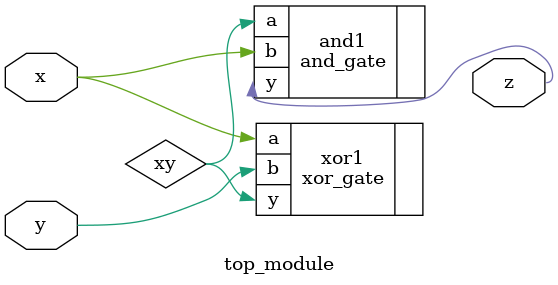
<source format=sv>
module top_module(
	input x,
	input y,
	output z);

	// Internal wire to store the intermediate result of (x^y)
	wire xy;

	// XOR gate to compute (x^y)
	xor_gate xor1(.a(x), .b(y), .y(xy));

	// AND gate to compute ((x^y) & x)
	and_gate and1(.a(xy), .b(x), .y(z));

endmodule

</source>
